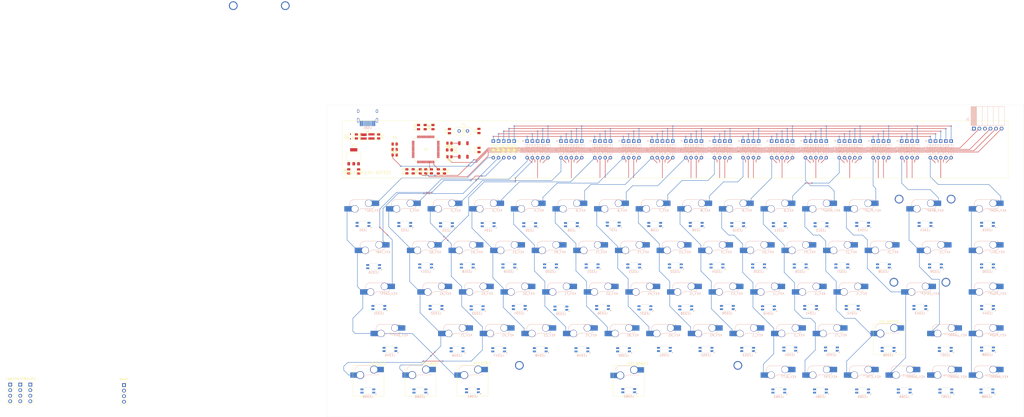
<source format=kicad_pcb>
(kicad_pcb
	(version 20241229)
	(generator "pcbnew")
	(generator_version "9.0")
	(general
		(thickness 1.6)
		(legacy_teardrops no)
	)
	(paper "A3")
	(layers
		(0 "F.Cu" signal)
		(4 "In1.Cu" signal)
		(6 "In2.Cu" signal)
		(2 "B.Cu" signal)
		(9 "F.Adhes" user "F.Adhesive")
		(11 "B.Adhes" user "B.Adhesive")
		(13 "F.Paste" user)
		(15 "B.Paste" user)
		(5 "F.SilkS" user "F.Silkscreen")
		(7 "B.SilkS" user "B.Silkscreen")
		(1 "F.Mask" user)
		(3 "B.Mask" user)
		(17 "Dwgs.User" user "User.Drawings")
		(19 "Cmts.User" user "User.Comments")
		(21 "Eco1.User" user "User.Eco1")
		(23 "Eco2.User" user "User.Eco2")
		(25 "Edge.Cuts" user)
		(27 "Margin" user)
		(31 "F.CrtYd" user "F.Courtyard")
		(29 "B.CrtYd" user "B.Courtyard")
		(35 "F.Fab" user)
		(33 "B.Fab" user)
		(39 "User.1" user)
		(41 "User.2" user)
		(43 "User.3" user)
		(45 "User.4" user)
		(47 "User.5" user)
		(49 "User.6" user)
		(51 "User.7" user)
		(53 "User.8" user)
		(55 "User.9" user)
	)
	(setup
		(stackup
			(layer "F.SilkS"
				(type "Top Silk Screen")
			)
			(layer "F.Paste"
				(type "Top Solder Paste")
			)
			(layer "F.Mask"
				(type "Top Solder Mask")
				(thickness 0.01)
			)
			(layer "F.Cu"
				(type "copper")
				(thickness 0.035)
			)
			(layer "dielectric 1"
				(type "prepreg")
				(thickness 0.1)
				(material "FR4")
				(epsilon_r 4.5)
				(loss_tangent 0.02)
			)
			(layer "In1.Cu"
				(type "copper")
				(thickness 0.035)
			)
			(layer "dielectric 2"
				(type "core")
				(thickness 1.24)
				(material "FR4")
				(epsilon_r 4.5)
				(loss_tangent 0.02)
			)
			(layer "In2.Cu"
				(type "copper")
				(thickness 0.035)
			)
			(layer "dielectric 3"
				(type "prepreg")
				(thickness 0.1)
				(material "FR4")
				(epsilon_r 4.5)
				(loss_tangent 0.02)
			)
			(layer "B.Cu"
				(type "copper")
				(thickness 0.035)
			)
			(layer "B.Mask"
				(type "Bottom Solder Mask")
				(thickness 0.01)
			)
			(layer "B.Paste"
				(type "Bottom Solder Paste")
			)
			(layer "B.SilkS"
				(type "Bottom Silk Screen")
			)
			(copper_finish "HAL lead-free")
			(dielectric_constraints no)
		)
		(pad_to_mask_clearance 0)
		(allow_soldermask_bridges_in_footprints no)
		(tenting front back)
		(grid_origin 44.85125 47.625)
		(pcbplotparams
			(layerselection 0x00000000_00000000_55555555_5755f5ff)
			(plot_on_all_layers_selection 0x00000000_00000000_00000000_00000000)
			(disableapertmacros no)
			(usegerberextensions no)
			(usegerberattributes yes)
			(usegerberadvancedattributes yes)
			(creategerberjobfile yes)
			(dashed_line_dash_ratio 12.000000)
			(dashed_line_gap_ratio 3.000000)
			(svgprecision 4)
			(plotframeref no)
			(mode 1)
			(useauxorigin no)
			(hpglpennumber 1)
			(hpglpenspeed 20)
			(hpglpendiameter 15.000000)
			(pdf_front_fp_property_popups yes)
			(pdf_back_fp_property_popups yes)
			(pdf_metadata yes)
			(pdf_single_document no)
			(dxfpolygonmode yes)
			(dxfimperialunits yes)
			(dxfusepcbnewfont yes)
			(psnegative no)
			(psa4output no)
			(plot_black_and_white yes)
			(sketchpadsonfab no)
			(plotpadnumbers no)
			(hidednponfab no)
			(sketchdnponfab yes)
			(crossoutdnponfab yes)
			(subtractmaskfromsilk no)
			(outputformat 1)
			(mirror no)
			(drillshape 1)
			(scaleselection 1)
			(outputdirectory "")
		)
	)
	(net 0 "")
	(net 1 "GND")
	(net 2 "+3.3V")
	(net 3 "+5V")
	(net 4 "Net-(D3-A)")
	(net 5 "Net-(D4-A)")
	(net 6 "Net-(D5-A)")
	(net 7 "Net-(D6-A)")
	(net 8 "Net-(D7-A)")
	(net 9 "Net-(D8-A)")
	(net 10 "Net-(D9-A)")
	(net 11 "Net-(D10-A)")
	(net 12 "Net-(D11-A)")
	(net 13 "Net-(D12-A)")
	(net 14 "Net-(D13-A)")
	(net 15 "Net-(D14-A)")
	(net 16 "Net-(D15-A)")
	(net 17 "Net-(D16-A)")
	(net 18 "Net-(D17-A)")
	(net 19 "Net-(D18-A)")
	(net 20 "Net-(D19-A)")
	(net 21 "Net-(D20-A)")
	(net 22 "Net-(D21-A)")
	(net 23 "Net-(D22-A)")
	(net 24 "Net-(D23-A)")
	(net 25 "Net-(D29-A)")
	(net 26 "Net-(D30-A)")
	(net 27 "Net-(D31-A)")
	(net 28 "Net-(D32-A)")
	(net 29 "Net-(D33-A)")
	(net 30 "Net-(D24-A)")
	(net 31 "Net-(D25-A)")
	(net 32 "Net-(D26-A)")
	(net 33 "Net-(D27-A)")
	(net 34 "Net-(D28-A)")
	(net 35 "Net-(D34-A)")
	(net 36 "/COL2")
	(net 37 "/COL3")
	(net 38 "/COL4")
	(net 39 "/COL5")
	(net 40 "/COL1")
	(net 41 "Net-(LED1-DOUT)")
	(net 42 "unconnected-(LED1-VDD-Pad1)")
	(net 43 "Net-(U1-OSCIN)")
	(net 44 "Net-(U1-OSCOUT)")
	(net 45 "Net-(U1-VCAP)")
	(net 46 "/NRST")
	(net 47 "/D+")
	(net 48 "/D-")
	(net 49 "/ROW1")
	(net 50 "/ROW2")
	(net 51 "/ROW3")
	(net 52 "/ROW4")
	(net 53 "/ROW5")
	(net 54 "Net-(D35-A)")
	(net 55 "unconnected-(LED1-VSS-Pad4)")
	(net 56 "/UART_TX_EAST")
	(net 57 "/UART_RX_EAST")
	(net 58 "Net-(U1-VDDA)")
	(net 59 "/RGB_DATAIN")
	(net 60 "Net-(D36-A)")
	(net 61 "Net-(D37-A)")
	(net 62 "Net-(D38-A)")
	(net 63 "Net-(D39-A)")
	(net 64 "Net-(D40-A)")
	(net 65 "Net-(D41-A)")
	(net 66 "Net-(D42-A)")
	(net 67 "Net-(D43-A)")
	(net 68 "Net-(D44-A)")
	(net 69 "Net-(D45-A)")
	(net 70 "Net-(D46-A)")
	(net 71 "Net-(D47-A)")
	(net 72 "Net-(D48-A)")
	(net 73 "Net-(D50-A)")
	(net 74 "Net-(D51-A)")
	(net 75 "Net-(D52-A)")
	(net 76 "Net-(D53-A)")
	(net 77 "Net-(D54-A)")
	(net 78 "Net-(D55-A)")
	(net 79 "Net-(D56-A)")
	(net 80 "Net-(D57-A)")
	(net 81 "Net-(D58-A)")
	(net 82 "/UART_TX_NORTH")
	(net 83 "/UART_RX_NORTH")
	(net 84 "Net-(USB1-CC2)")
	(net 85 "Net-(USB1-CC1)")
	(net 86 "Net-(U1-PA11)")
	(net 87 "Net-(U1-PA12)")
	(net 88 "Net-(U1-BOOT)")
	(net 89 "/JTCLK")
	(net 90 "Net-(J1-Pin_2)")
	(net 91 "/JTMS")
	(net 92 "Net-(J1-Pin_4)")
	(net 93 "Net-(J1-Pin_5)")
	(net 94 "Net-(J1-Pin_6)")
	(net 95 "/SWO")
	(net 96 "/UART_TX_SOUTH")
	(net 97 "/UART_RX_SOUTH")
	(net 98 "unconnected-(U1-PB12-Pad33)")
	(net 99 "AGND")
	(net 100 "Net-(D59-A)")
	(net 101 "/UART_TX_WEST")
	(net 102 "unconnected-(U1-PC14-Pad3)")
	(net 103 "unconnected-(U1-PC15-Pad4)")
	(net 104 "Net-(D60-A)")
	(net 105 "Net-(D61-A)")
	(net 106 "Net-(D62-A)")
	(net 107 "unconnected-(U1-PC1-Pad9)")
	(net 108 "unconnected-(U1-PC3-Pad11)")
	(net 109 "Net-(D64-A)")
	(net 110 "unconnected-(U1-PC2-Pad10)")
	(net 111 "Net-(D65-A)")
	(net 112 "Net-(D68-A)")
	(net 113 "/UART_RX_WEST")
	(net 114 "Net-(D71-A)")
	(net 115 "Net-(D72-A)")
	(net 116 "Net-(D73-A)")
	(net 117 "unconnected-(U1-PC0-Pad8)")
	(net 118 "unconnected-(U1-PC13-Pad2)")
	(net 119 "Net-(D2-A)")
	(net 120 "unconnected-(USB1-SBU2-Pad3)")
	(net 121 "unconnected-(USB1-SBU1-Pad9)")
	(net 122 "unconnected-(U1-PB8-Pad61)")
	(net 123 "unconnected-(U1-PB9-Pad62)")
	(net 124 "Net-(D74-A)")
	(net 125 "Net-(D75-A)")
	(net 126 "Net-(D76-A)")
	(net 127 "/COL12")
	(net 128 "/COL9")
	(net 129 "/COL10")
	(net 130 "/COL11")
	(net 131 "/COL6")
	(net 132 "/COL7")
	(net 133 "/COL8")
	(net 134 "/COL14")
	(net 135 "/COL13")
	(net 136 "/COL15")
	(net 137 "unconnected-(U1-PC4-Pad24)")
	(net 138 "unconnected-(LED1-DIN-Pad3)")
	(net 139 "Net-(LED2-DOUT)")
	(net 140 "unconnected-(LED2-VSS-Pad4)")
	(net 141 "unconnected-(LED2-VDD-Pad1)")
	(net 142 "unconnected-(LED3-VSS-Pad4)")
	(net 143 "unconnected-(LED3-VDD-Pad1)")
	(net 144 "Net-(LED3-DOUT)")
	(net 145 "unconnected-(LED4-VDD-Pad1)")
	(net 146 "unconnected-(LED4-VSS-Pad4)")
	(net 147 "Net-(LED4-DOUT)")
	(net 148 "unconnected-(LED5-VDD-Pad1)")
	(net 149 "Net-(LED5-DOUT)")
	(net 150 "unconnected-(LED5-VSS-Pad4)")
	(net 151 "unconnected-(LED6-VDD-Pad1)")
	(net 152 "unconnected-(LED6-VSS-Pad4)")
	(net 153 "Net-(LED6-DOUT)")
	(net 154 "unconnected-(LED7-VDD-Pad1)")
	(net 155 "unconnected-(LED7-VSS-Pad4)")
	(net 156 "Net-(LED7-DOUT)")
	(net 157 "Net-(LED8-DOUT)")
	(net 158 "unconnected-(LED8-VDD-Pad1)")
	(net 159 "unconnected-(LED8-VSS-Pad4)")
	(net 160 "Net-(LED10-DIN)")
	(net 161 "unconnected-(LED9-VDD-Pad1)")
	(net 162 "unconnected-(LED9-VSS-Pad4)")
	(net 163 "Net-(LED10-DOUT)")
	(net 164 "unconnected-(LED10-VDD-Pad1)")
	(net 165 "unconnected-(LED10-VSS-Pad4)")
	(net 166 "Net-(LED11-DOUT)")
	(net 167 "unconnected-(LED11-VDD-Pad1)")
	(net 168 "unconnected-(LED11-VSS-Pad4)")
	(net 169 "unconnected-(LED12-VDD-Pad1)")
	(net 170 "unconnected-(LED12-VSS-Pad4)")
	(net 171 "Net-(LED12-DOUT)")
	(net 172 "Net-(LED13-DOUT)")
	(net 173 "unconnected-(LED13-VSS-Pad4)")
	(net 174 "unconnected-(LED13-VDD-Pad1)")
	(net 175 "unconnected-(LED14-VDD-Pad1)")
	(net 176 "Net-(LED14-DOUT)")
	(net 177 "unconnected-(LED14-VSS-Pad4)")
	(net 178 "unconnected-(LED15-VSS-Pad4)")
	(net 179 "Net-(LED15-DOUT)")
	(net 180 "unconnected-(LED15-VDD-Pad1)")
	(net 181 "Net-(LED16-DOUT)")
	(net 182 "unconnected-(LED16-VDD-Pad1)")
	(net 183 "unconnected-(LED16-VSS-Pad4)")
	(net 184 "unconnected-(LED17-VDD-Pad1)")
	(net 185 "unconnected-(LED17-VSS-Pad4)")
	(net 186 "Net-(LED17-DOUT)")
	(net 187 "unconnected-(LED18-VDD-Pad1)")
	(net 188 "unconnected-(LED18-VSS-Pad4)")
	(net 189 "Net-(LED18-DOUT)")
	(net 190 "Net-(LED19-DOUT)")
	(net 191 "unconnected-(LED19-VDD-Pad1)")
	(net 192 "unconnected-(LED19-VSS-Pad4)")
	(net 193 "unconnected-(LED20-VSS-Pad4)")
	(net 194 "unconnected-(LED20-VDD-Pad1)")
	(net 195 "Net-(LED20-DOUT)")
	(net 196 "unconnected-(LED21-VSS-Pad4)")
	(net 197 "unconnected-(LED21-VDD-Pad1)")
	(net 198 "Net-(LED21-DOUT)")
	(net 199 "unconnected-(LED22-VSS-Pad4)")
	(net 200 "Net-(LED22-DOUT)")
	(net 201 "unconnected-(LED22-VDD-Pad1)")
	(net 202 "Net-(LED23-DOUT)")
	(net 203 "unconnected-(LED23-VDD-Pad1)")
	(net 204 "unconnected-(LED23-VSS-Pad4)")
	(net 205 "unconnected-(LED24-VDD-Pad1)")
	(net 206 "Net-(LED24-DOUT)")
	(net 207 "unconnected-(LED24-VSS-Pad4)")
	(net 208 "unconnected-(LED25-VSS-Pad4)")
	(net 209 "unconnected-(LED25-VDD-Pad1)")
	(net 210 "Net-(LED25-DOUT)")
	(net 211 "Net-(LED26-DOUT)")
	(net 212 "unconnected-(LED26-VSS-Pad4)")
	(net 213 "unconnected-(LED26-VDD-Pad1)")
	(net 214 "unconnected-(LED27-VSS-Pad4)")
	(net 215 "unconnected-(LED27-VDD-Pad1)")
	(net 216 "Net-(LED27-DOUT)")
	(net 217 "unconnected-(LED28-VSS-Pad4)")
	(net 218 "unconnected-(LED28-VDD-Pad1)")
	(net 219 "Net-(LED28-DOUT)")
	(net 220 "unconnected-(LED29-VDD-Pad1)")
	(net 221 "Net-(LED29-DOUT)")
	(net 222 "unconnected-(LED29-VSS-Pad4)")
	(net 223 "Net-(LED30-DOUT)")
	(net 224 "unconnected-(LED30-VSS-Pad4)")
	(net 225 "unconnected-(LED30-VDD-Pad1)")
	(net 226 "Net-(LED31-DOUT)")
	(net 227 "unconnected-(LED31-VSS-Pad4)")
	(net 228 "unconnected-(LED31-VDD-Pad1)")
	(net 229 "unconnected-(LED32-VSS-Pad4)")
	(net 230 "unconnected-(LED32-VDD-Pad1)")
	(net 231 "Net-(LED32-DOUT)")
	(net 232 "unconnected-(LED33-VSS-Pad4)")
	(net 233 "unconnected-(LED33-VDD-Pad1)")
	(net 234 "Net-(LED33-DOUT)")
	(net 235 "unconnected-(LED34-VDD-Pad1)")
	(net 236 "Net-(LED34-DOUT)")
	(net 237 "unconnected-(LED34-VSS-Pad4)")
	(net 238 "unconnected-(LED35-VSS-Pad4)")
	(net 239 "Net-(LED35-DOUT)")
	(net 240 "unconnected-(LED35-VDD-Pad1)")
	(net 241 "Net-(LED36-DOUT)")
	(net 242 "unconnected-(LED36-VDD-Pad1)")
	(net 243 "unconnected-(LED36-VSS-Pad4)")
	(net 244 "unconnected-(LED37-VSS-Pad4)")
	(net 245 "unconnected-(LED37-VDD-Pad1)")
	(net 246 "Net-(LED37-DOUT)")
	(net 247 "unconnected-(LED38-VSS-Pad4)")
	(net 248 "unconnected-(LED38-VDD-Pad1)")
	(net 249 "Net-(LED38-DOUT)")
	(net 250 "unconnected-(LED39-VDD-Pad1)")
	(net 251 "Net-(LED39-DOUT)")
	(net 252 "unconnected-(LED39-VSS-Pad4)")
	(net 253 "Net-(LED40-DOUT)")
	(net 254 "unconnected-(LED40-VSS-Pad4)")
	(net 255 "unconnected-(LED40-VDD-Pad1)")
	(net 256 "unconnected-(LED41-VSS-Pad4)")
	(net 257 "Net-(LED41-DOUT)")
	(net 258 "unconnected-(LED41-VDD-Pad1)")
	(net 259 "unconnected-(LED42-VDD-Pad1)")
	(net 260 "unconnected-(LED42-VSS-Pad4)")
	(net 261 "Net-(LED42-DOUT)")
	(net 262 "unconnected-(LED43-VSS-Pad4)")
	(net 263 "unconnected-(LED43-VDD-Pad1)")
	(net 264 "Net-(LED43-DOUT)")
	(net 265 "Net-(LED44-DOUT)")
	(net 266 "unconnected-(LED44-VSS-Pad4)")
	(net 267 "unconnected-(LED44-VDD-Pad1)")
	(net 268 "Net-(LED45-DOUT)")
	(net 269 "unconnected-(LED45-VSS-Pad4)")
	(net 270 "unconnected-(LED45-VDD-Pad1)")
	(net 271 "Net-(LED46-DOUT)")
	(net 272 "unconnected-(LED46-VDD-Pad1)")
	(net 273 "unconnected-(LED46-VSS-Pad4)")
	(net 274 "Net-(LED47-DOUT)")
	(net 275 "unconnected-(LED47-VSS-Pad4)")
	(net 276 "unconnected-(LED47-VDD-Pad1)")
	(net 277 "unconnected-(LED48-VDD-Pad1)")
	(net 278 "unconnected-(LED48-VSS-Pad4)")
	(net 279 "Net-(LED48-DOUT)")
	(net 280 "unconnected-(LED49-VDD-Pad1)")
	(net 281 "unconnected-(LED49-VSS-Pad4)")
	(net 282 "Net-(LED49-DOUT)")
	(net 283 "Net-(LED50-DOUT)")
	(net 284 "unconnected-(LED50-VDD-Pad1)")
	(net 285 "unconnected-(LED50-VSS-Pad4)")
	(net 286 "unconnected-(LED51-VDD-Pad1)")
	(net 287 "unconnected-(LED51-VSS-Pad4)")
	(net 288 "Net-(LED51-DOUT)")
	(net 289 "unconnected-(LED52-VDD-Pad1)")
	(net 290 "Net-(LED52-DOUT)")
	(net 291 "unconnected-(LED52-VSS-Pad4)")
	(net 292 "unconnected-(LED53-VDD-Pad1)")
	(net 293 "unconnected-(LED53-VSS-Pad4)")
	(net 294 "Net-(LED53-DOUT)")
	(net 295 "Net-(LED54-DOUT)")
	(net 296 "unconnected-(LED54-VDD-Pad1)")
	(net 297 "unconnected-(LED54-VSS-Pad4)")
	(net 298 "unconnected-(LED55-VDD-Pad1)")
	(net 299 "unconnected-(LED55-VSS-Pad4)")
	(net 300 "Net-(LED55-DOUT)")
	(net 301 "unconnected-(LED56-VDD-Pad1)")
	(net 302 "Net-(LED56-DOUT)")
	(net 303 "unconnected-(LED56-VSS-Pad4)")
	(net 304 "unconnected-(LED57-VDD-Pad1)")
	(net 305 "Net-(LED57-DOUT)")
	(net 306 "unconnected-(LED57-VSS-Pad4)")
	(net 307 "Net-(LED58-DOUT)")
	(net 308 "unconnected-(LED58-VDD-Pad1)")
	(net 309 "unconnected-(LED58-VSS-Pad4)")
	(net 310 "unconnected-(LED59-VDD-Pad1)")
	(net 311 "Net-(LED59-DOUT)")
	(net 312 "unconnected-(LED59-VSS-Pad4)")
	(net 313 "Net-(LED60-DOUT)")
	(net 314 "unconnected-(LED60-VDD-Pad1)")
	(net 315 "unconnected-(LED60-VSS-Pad4)")
	(net 316 "Net-(LED61-DOUT)")
	(net 317 "unconnected-(LED61-VSS-Pad4)")
	(net 318 "unconnected-(LED61-VDD-Pad1)")
	(net 319 "unconnected-(LED62-VDD-Pad1)")
	(net 320 "unconnected-(LED62-VSS-Pad4)")
	(net 321 "Net-(LED62-DOUT)")
	(net 322 "unconnected-(LED63-VDD-Pad1)")
	(net 323 "unconnected-(LED63-VSS-Pad4)")
	(net 324 "Net-(LED63-DOUT)")
	(net 325 "unconnected-(LED64-VDD-Pad1)")
	(net 326 "unconnected-(LED64-VSS-Pad4)")
	(net 327 "Net-(LED64-DOUT)")
	(net 328 "unconnected-(LED65-VDD-Pad1)")
	(net 329 "Net-(LED65-DOUT)")
	(net 330 "unconnected-(LED65-VSS-Pad4)")
	(net 331 "unconnected-(LED66-VSS-Pad4)")
	(net 332 "Net-(LED66-DOUT)")
	(net 333 "unconnected-(LED66-VDD-Pad1)")
	(net 334 "unconnected-(LED67-VSS-Pad4)")
	(net 335 "unconnected-(LED67-VDD-Pad1)")
	(net 336 "Net-(LED67-DOUT)")
	(net 337 "unconnected-(LED68-VDD-Pad1)")
	(net 338 "unconnected-(LED68-VSS-Pad4)")
	(net 339 "unconnected-(LED68-DOUT-Pad2)")
	(net 340 "unconnected-(U1-PA6-Pad22)")
	(net 341 "unconnected-(U1-PA4-Pad20)")
	(net 342 "unconnected-(U1-PA7-Pad23)")
	(footprint "PCM_Resistor_SMD_AKL:R_0805_2012Metric" (layer "F.Cu") (at 87.60825 77.925 90))
	(footprint "PCM_Capacitor_SMD_AKL:C_0805_2012Metric" (layer "F.Cu") (at 54.85125 77.95 90))
	(footprint "PCM_marbastlib-mx:STAB_MX_P_2u" (layer "F.Cu") (at 318.695 97.63125))
	(footprint "PCM_Resistor_SMD_AKL:R_0805_2012Metric" (layer "F.Cu") (at 100.95125 65.025 180))
	(footprint "PCM_Diode_THT_AKL:D_DO-35_SOD27_P7.62mm_Horizontal" (layer "F.Cu") (at 123.4325 64.055625 -90))
	(footprint "PCM_Diode_THT_AKL:D_DO-35_SOD27_P7.62mm_Horizontal" (layer "F.Cu") (at 121.05125 64.055625 -90))
	(footprint "PCM_Switch_Keyboard_Hotswap_Kailh:SW_Hotswap_Kailh_MX_Plated_1.25u" (layer "F.Cu") (at 111.52625 173.83125))
	(footprint "PCM_Switch_Keyboard_Hotswap_Kailh:SW_Hotswap_Kailh_MX_Plated_1.25u" (layer "F.Cu") (at 182.96375 173.99))
	(footprint "Connector_PinSocket_2.54mm:PinSocket_1x04_P2.54mm_Vertical" (layer "F.Cu") (at -95.500606 175.67325))
	(footprint "PCM_Resistor_SMD_AKL:R_0805_2012Metric" (layer "F.Cu") (at 92.70825 77.925 90))
	(footprint "PCM_Resistor_SMD_AKL:R_0805_2012Metric" (layer "F.Cu") (at 81.47625 77.925 90))
	(footprint "Connector_PinSocket_2.54mm:PinSocket_1x04_P2.54mm_Vertical" (layer "F.Cu") (at -48.0175 175.895))
	(footprint "PCM_marbastlib-mx:STAB_MX_2.25u" (layer "F.Cu") (at 73.42625 154.78125))
	(footprint "PCM_marbastlib-mx:STAB_MX_P_6.25u" (layer "F.Cu") (at 182.96375 173.83125))
	(footprint "PCM_Resistor_SMD_AKL:R_0805_2012Metric" (layer "F.Cu") (at 75.87625 65.425))
	(footprint "PCM_marbastlib-mx:STAB_MX_P_2.25u" (layer "F.Cu") (at 316.31375 135.73125))
	(footprint "PCM_Capacitor_SMD_AKL:C_0805_2012Metric" (layer "F.Cu") (at 93.40125 57.65 90))
	(footprint "PCM_Resistor_SMD_AKL:R_0805_2012Metric" (layer "F.Cu") (at 75.87625 70.425))
	(footprint "PCM_Capacitor_SMD_AKL:C_0805_2012Metric" (layer "F.Cu") (at 100.95125 59.475 90))
	(footprint "PCM_Diode_THT_AKL:D_DO-35_SOD27_P7.62mm_Horizontal" (layer "F.Cu") (at 125.81375 64.055625 -90))
	(footprint "PCM_Capacitor_SMD_AKL:C_0805_2012Metric" (layer "F.Cu") (at 89.85125 57.65 -90))
	(footprint "PCM_Capacitor_SMD_AKL:C_0805_2012Metric" (layer "F.Cu") (at 84.35125 77.925 -90))
	(footprint "PCM_Switch_Keyboard_Hotswap_Kailh:SW_Hotswap_Kailh_MX_Plated_1.25u" (layer "F.Cu") (at 63.90125 173.83125))
	(footprint "PCM_marbastlib-various:SW_SPST_SKQG_WithStem" (layer "F.Cu") (at 107.34125 68.125 90))
	(footprint "PCM_Diode_THT_AKL:D_DO-35_SOD27_P7.62mm_Horizontal" (layer "F.Cu") (at 128.195 64.055625 -90))
	(footprint "PCM_Diode_SMD_AKL:D_SOD-323" (layer "F.Cu") (at 55.65125 61.925 90))
	(footprint "PCM_marbastlib-mx:STAB_MX_P_2u" (layer "F.Cu") (at 13.90625 8.985))
	(footprint "PCM_Switch_Keyboard_Hotswap_Kailh:SW_Hotswap_Kailh_MX_Plated_1.25u"
		(layer "F.Cu")
		(uuid "834c1dd2-efdb-4b79-8f45-a2157810891a")
		(at 87.71375 173.83125)
		(descr "Kailh keyswitch Hotswap Socket plated holes Keycap 1.25u")
		(tags "Kailh Keyboard Keyswitch Switch Hotswap Socket Plated Relief Cutout Keycap 1.25u")
		(property "Reference" "KEY_WIN1"
			(at 4.52 -8 0)
			(layer "F.SilkS")
			(uuid "98d124cb-bc44-4fe7-8d69-387f701bb3fb")
			(effects
				(font
					(size 1 1)
					(thickness 0.15)
				)
			)
		)
		(property "Value" "MX_SW_HS"
			(at 0 8 0)
			(layer "F.Fab")
			(uuid "d2e384e7-e910-4136-b53b-331a600fcbbf")
			(effects
				(font
					(size 1 1)
					(thickness 0.15)
				)
			)
		)
		(property "Datasheet" "~"
			(at 0 0 0)
			(layer "F.Fab")
			(hide yes)
			(uuid "cb5f47b1-f7fb-42f9-b47d-5e291712d106")
			(effects
				(font
					(size 1.27 1.27)
					(thickness 0.15)
				)
			)
		)
		(property "Description" "Push button switch, normally open, two pins, 45° tilted, Kailh CPG151101S11 for Cherry MX style switches"
			(at 0 0 0)
			(layer "F.Fab")
			(hide yes)
			(uuid "8f69c746-3835-47a9-9324-c89eec1544ba")
			(effects
				(font
					(size 1.27 1.27)
					(thickness 0.15)
				)
			)
		)
		(path "/1d905906-6e74-4741-8b2e-53dc470a7c79/845bb780-6e16-47cd-a15e-538adef12cb0")
		(sheetname "/Keymatrix/")
		(
... [2196670 chars truncated]
</source>
